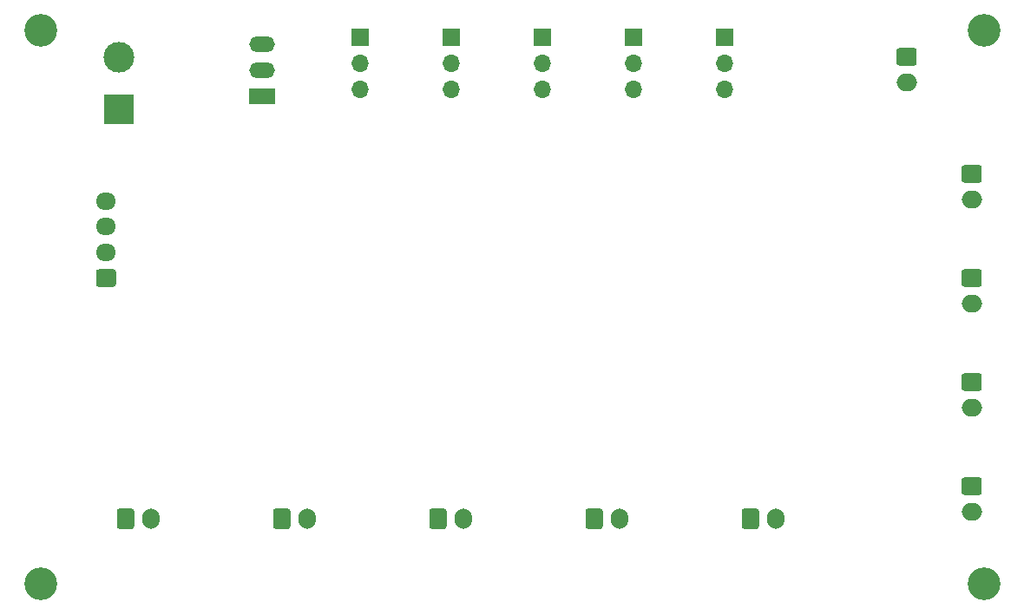
<source format=gbr>
%TF.GenerationSoftware,KiCad,Pcbnew,5.1.9*%
%TF.CreationDate,2021-03-25T13:41:33+01:00*%
%TF.ProjectId,kicad_robot_servos_ev_pompes,6b696361-645f-4726-9f62-6f745f736572,rev?*%
%TF.SameCoordinates,Original*%
%TF.FileFunction,Soldermask,Bot*%
%TF.FilePolarity,Negative*%
%FSLAX46Y46*%
G04 Gerber Fmt 4.6, Leading zero omitted, Abs format (unit mm)*
G04 Created by KiCad (PCBNEW 5.1.9) date 2021-03-25 13:41:33*
%MOMM*%
%LPD*%
G01*
G04 APERTURE LIST*
%ADD10C,3.200000*%
%ADD11O,1.700000X1.700000*%
%ADD12R,1.700000X1.700000*%
%ADD13O,1.950000X1.700000*%
%ADD14R,3.000000X3.000000*%
%ADD15C,3.000000*%
%ADD16O,1.700000X2.000000*%
%ADD17O,2.000000X1.700000*%
%ADD18R,2.500000X1.500000*%
%ADD19O,2.500000X1.500000*%
G04 APERTURE END LIST*
D10*
%TO.C,REF\u002A\u002A*%
X16500000Y-70500000D03*
%TD*%
%TO.C,REF\u002A\u002A*%
X16500000Y-16500000D03*
%TD*%
%TO.C,REF\u002A\u002A*%
X108500000Y-70500000D03*
%TD*%
%TO.C,REF\u002A\u002A*%
X108500000Y-16500000D03*
%TD*%
D11*
%TO.C,J10*%
X65405000Y-22225000D03*
X65405000Y-19685000D03*
D12*
X65405000Y-17145000D03*
%TD*%
%TO.C,J1*%
G36*
G01*
X23585000Y-41490000D02*
X22135000Y-41490000D01*
G75*
G02*
X21885000Y-41240000I0J250000D01*
G01*
X21885000Y-40040000D01*
G75*
G02*
X22135000Y-39790000I250000J0D01*
G01*
X23585000Y-39790000D01*
G75*
G02*
X23835000Y-40040000I0J-250000D01*
G01*
X23835000Y-41240000D01*
G75*
G02*
X23585000Y-41490000I-250000J0D01*
G01*
G37*
D13*
X22860000Y-38140000D03*
X22860000Y-35640000D03*
X22860000Y-33140000D03*
%TD*%
D14*
%TO.C,J2*%
X24130000Y-24130000D03*
D15*
X24130000Y-19050000D03*
%TD*%
D16*
%TO.C,J3*%
X88225000Y-64135000D03*
G36*
G01*
X84875000Y-64885000D02*
X84875000Y-63385000D01*
G75*
G02*
X85125000Y-63135000I250000J0D01*
G01*
X86325000Y-63135000D01*
G75*
G02*
X86575000Y-63385000I0J-250000D01*
G01*
X86575000Y-64885000D01*
G75*
G02*
X86325000Y-65135000I-250000J0D01*
G01*
X85125000Y-65135000D01*
G75*
G02*
X84875000Y-64885000I0J250000D01*
G01*
G37*
%TD*%
%TO.C,J4*%
G36*
G01*
X23915000Y-64885000D02*
X23915000Y-63385000D01*
G75*
G02*
X24165000Y-63135000I250000J0D01*
G01*
X25365000Y-63135000D01*
G75*
G02*
X25615000Y-63385000I0J-250000D01*
G01*
X25615000Y-64885000D01*
G75*
G02*
X25365000Y-65135000I-250000J0D01*
G01*
X24165000Y-65135000D01*
G75*
G02*
X23915000Y-64885000I0J250000D01*
G01*
G37*
X27265000Y-64135000D03*
%TD*%
%TO.C,J5*%
G36*
G01*
X69635000Y-64885000D02*
X69635000Y-63385000D01*
G75*
G02*
X69885000Y-63135000I250000J0D01*
G01*
X71085000Y-63135000D01*
G75*
G02*
X71335000Y-63385000I0J-250000D01*
G01*
X71335000Y-64885000D01*
G75*
G02*
X71085000Y-65135000I-250000J0D01*
G01*
X69885000Y-65135000D01*
G75*
G02*
X69635000Y-64885000I0J250000D01*
G01*
G37*
X72985000Y-64135000D03*
%TD*%
%TO.C,J6*%
G36*
G01*
X54395000Y-64885000D02*
X54395000Y-63385000D01*
G75*
G02*
X54645000Y-63135000I250000J0D01*
G01*
X55845000Y-63135000D01*
G75*
G02*
X56095000Y-63385000I0J-250000D01*
G01*
X56095000Y-64885000D01*
G75*
G02*
X55845000Y-65135000I-250000J0D01*
G01*
X54645000Y-65135000D01*
G75*
G02*
X54395000Y-64885000I0J250000D01*
G01*
G37*
X57745000Y-64135000D03*
%TD*%
%TO.C,J7*%
X42505000Y-64135000D03*
G36*
G01*
X39155000Y-64885000D02*
X39155000Y-63385000D01*
G75*
G02*
X39405000Y-63135000I250000J0D01*
G01*
X40605000Y-63135000D01*
G75*
G02*
X40855000Y-63385000I0J-250000D01*
G01*
X40855000Y-64885000D01*
G75*
G02*
X40605000Y-65135000I-250000J0D01*
G01*
X39405000Y-65135000D01*
G75*
G02*
X39155000Y-64885000I0J250000D01*
G01*
G37*
%TD*%
D11*
%TO.C,J8*%
X83185000Y-22225000D03*
X83185000Y-19685000D03*
D12*
X83185000Y-17145000D03*
%TD*%
%TO.C,J9*%
X74295000Y-17145000D03*
D11*
X74295000Y-19685000D03*
X74295000Y-22225000D03*
%TD*%
D12*
%TO.C,J11*%
X56515000Y-17145000D03*
D11*
X56515000Y-19685000D03*
X56515000Y-22225000D03*
%TD*%
D12*
%TO.C,J12*%
X47625000Y-17145000D03*
D11*
X47625000Y-19685000D03*
X47625000Y-22225000D03*
%TD*%
D17*
%TO.C,J13*%
X107315000Y-63460000D03*
G36*
G01*
X106565000Y-60110000D02*
X108065000Y-60110000D01*
G75*
G02*
X108315000Y-60360000I0J-250000D01*
G01*
X108315000Y-61560000D01*
G75*
G02*
X108065000Y-61810000I-250000J0D01*
G01*
X106565000Y-61810000D01*
G75*
G02*
X106315000Y-61560000I0J250000D01*
G01*
X106315000Y-60360000D01*
G75*
G02*
X106565000Y-60110000I250000J0D01*
G01*
G37*
%TD*%
%TO.C,J14*%
G36*
G01*
X106565000Y-49950000D02*
X108065000Y-49950000D01*
G75*
G02*
X108315000Y-50200000I0J-250000D01*
G01*
X108315000Y-51400000D01*
G75*
G02*
X108065000Y-51650000I-250000J0D01*
G01*
X106565000Y-51650000D01*
G75*
G02*
X106315000Y-51400000I0J250000D01*
G01*
X106315000Y-50200000D01*
G75*
G02*
X106565000Y-49950000I250000J0D01*
G01*
G37*
X107315000Y-53300000D03*
%TD*%
%TO.C,J15*%
X107315000Y-43140000D03*
G36*
G01*
X106565000Y-39790000D02*
X108065000Y-39790000D01*
G75*
G02*
X108315000Y-40040000I0J-250000D01*
G01*
X108315000Y-41240000D01*
G75*
G02*
X108065000Y-41490000I-250000J0D01*
G01*
X106565000Y-41490000D01*
G75*
G02*
X106315000Y-41240000I0J250000D01*
G01*
X106315000Y-40040000D01*
G75*
G02*
X106565000Y-39790000I250000J0D01*
G01*
G37*
%TD*%
%TO.C,J16*%
G36*
G01*
X106565000Y-29630000D02*
X108065000Y-29630000D01*
G75*
G02*
X108315000Y-29880000I0J-250000D01*
G01*
X108315000Y-31080000D01*
G75*
G02*
X108065000Y-31330000I-250000J0D01*
G01*
X106565000Y-31330000D01*
G75*
G02*
X106315000Y-31080000I0J250000D01*
G01*
X106315000Y-29880000D01*
G75*
G02*
X106565000Y-29630000I250000J0D01*
G01*
G37*
X107315000Y-32980000D03*
%TD*%
%TO.C,J17*%
X100965000Y-21550000D03*
G36*
G01*
X100215000Y-18200000D02*
X101715000Y-18200000D01*
G75*
G02*
X101965000Y-18450000I0J-250000D01*
G01*
X101965000Y-19650000D01*
G75*
G02*
X101715000Y-19900000I-250000J0D01*
G01*
X100215000Y-19900000D01*
G75*
G02*
X99965000Y-19650000I0J250000D01*
G01*
X99965000Y-18450000D01*
G75*
G02*
X100215000Y-18200000I250000J0D01*
G01*
G37*
%TD*%
D18*
%TO.C,U1*%
X38100000Y-22860000D03*
D19*
X38100000Y-20320000D03*
X38100000Y-17780000D03*
%TD*%
M02*

</source>
